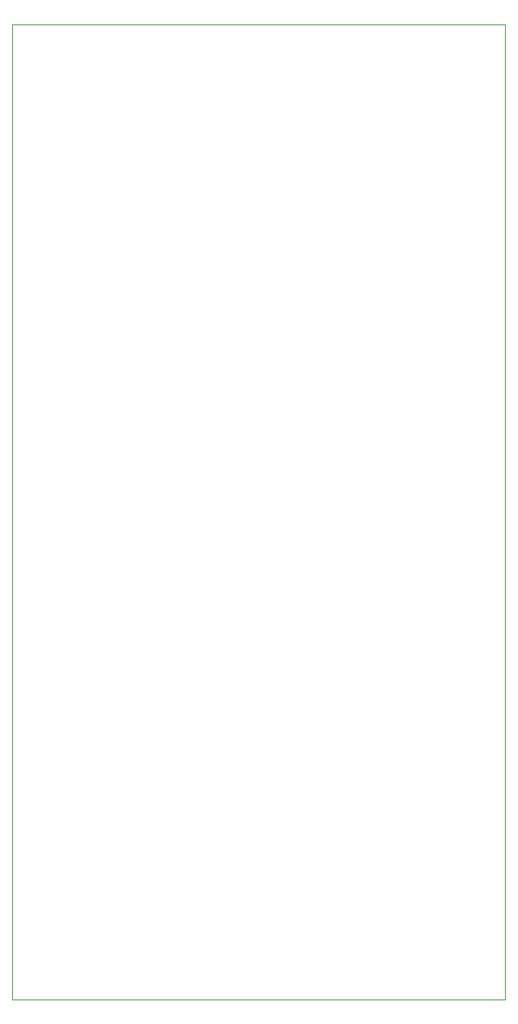
<source format=gm1>
G04 #@! TF.GenerationSoftware,KiCad,Pcbnew,6.0.1-79c1e3a40b~116~ubuntu21.04.1*
G04 #@! TF.CreationDate,2022-03-16T12:10:20-04:00*
G04 #@! TF.ProjectId,oven_v2,6f76656e-5f76-4322-9e6b-696361645f70,2*
G04 #@! TF.SameCoordinates,Original*
G04 #@! TF.FileFunction,Profile,NP*
%FSLAX46Y46*%
G04 Gerber Fmt 4.6, Leading zero omitted, Abs format (unit mm)*
G04 Created by KiCad (PCBNEW 6.0.1-79c1e3a40b~116~ubuntu21.04.1) date 2022-03-16 12:10:20*
%MOMM*%
%LPD*%
G01*
G04 APERTURE LIST*
G04 #@! TA.AperFunction,Profile*
%ADD10C,0.050000*%
G04 #@! TD*
G04 APERTURE END LIST*
D10*
X109220000Y-162560000D02*
X54610000Y-162560000D01*
X54610000Y-162560000D02*
X54610000Y-54610000D01*
X109220000Y-125730000D02*
X109220000Y-162560000D01*
X54610000Y-54610000D02*
X109220000Y-54610000D01*
X109220000Y-54610000D02*
X109220000Y-110490000D01*
X109220000Y-110490000D02*
X109220000Y-125730000D01*
M02*

</source>
